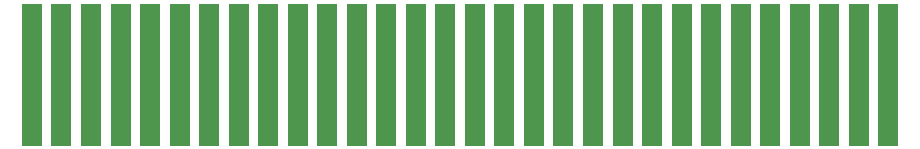
<source format=gbp>
G75*
%MOIN*%
%OFA0B0*%
%FSLAX25Y25*%
%IPPOS*%
%LPD*%
%AMOC8*
5,1,8,0,0,1.08239X$1,22.5*
%
%ADD10R,0.06693X0.47244*%
D10*
X0294701Y0091220D03*
X0304543Y0091220D03*
X0314386Y0091220D03*
X0324228Y0091220D03*
X0334071Y0091220D03*
X0343913Y0091220D03*
X0353756Y0091220D03*
X0363598Y0091220D03*
X0373441Y0091220D03*
X0383283Y0091220D03*
X0393126Y0091220D03*
X0402969Y0091220D03*
X0412811Y0091220D03*
X0422654Y0091220D03*
X0432496Y0091220D03*
X0442339Y0091220D03*
X0452181Y0091220D03*
X0462024Y0091220D03*
X0471866Y0091220D03*
X0481709Y0091220D03*
X0491551Y0091220D03*
X0501394Y0091220D03*
X0511236Y0091220D03*
X0521079Y0091220D03*
X0530921Y0091220D03*
X0540764Y0091220D03*
X0550606Y0091220D03*
X0560449Y0091220D03*
X0570291Y0091220D03*
X0580134Y0091220D03*
M02*

</source>
